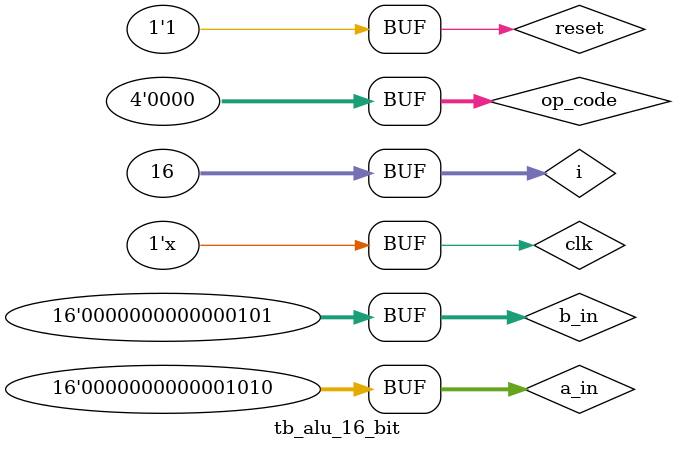
<source format=v>
`timescale 1ns / 1ps


module tb_alu_16_bit( );
reg clk,reset;
reg [15:0]a_in;
reg [15:0] b_in;
reg [3:0] op_code;
wire [15:0]q_out;

wire carry_borrow,zero,sign,parity,carry_flag;
    alu_16_bit DUT(clk,reset,a_in,b_in,op_code,q_out,carry_borrow,zero,sign,carry_flag,parity);
    always #5 clk =~clk;
    integer i;
    
    initial
    begin
    clk=1'b0;
    reset=1'b0;
    a_in=16'b0;
    b_in=16'b0;
    op_code=4'b0;
    
    #10 reset=1'b1;
        a_in=16'd10;
        b_in=16'd5;
    
    #10   
    for(i=0;i<16;i=i+1) begin
       op_code=op_code+8'h01;
       #20;
       end
    end
    
endmodule

</source>
